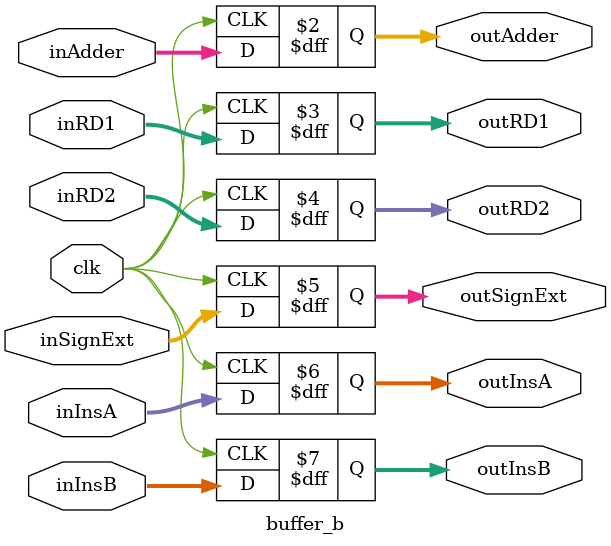
<source format=v>
module buffer_b (
    input clk,
    input [31:0] inAdder, inRD1, inRD2, inSignExt,
    input [4:0] inInsA, inInsB,
    output reg [31:0] outAdder, outRD1, outRD2, outSignExt,
    output reg [4:0] outInsA, outInsB
);

    always @ (posedge clk) begin
        outAdder = inAdder;
        outRD1 = inRD1;
        outRD2 = inRD2;
        outSignExt = inSignExt;
        outInsA = inInsA;
        outInsB = inInsB;
    end

endmodule // buffer_b

</source>
